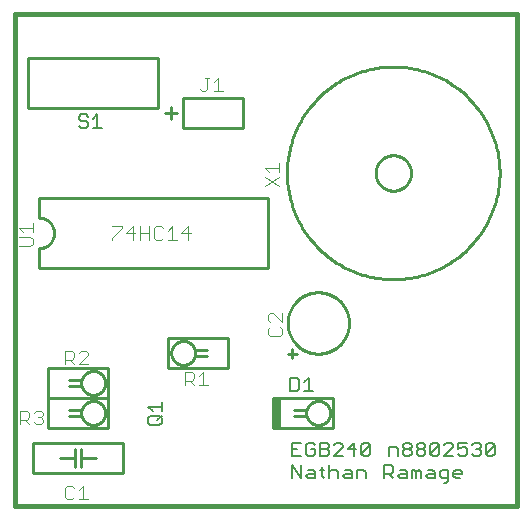
<source format=gto>
G75*
%MOIN*%
%OFA0B0*%
%FSLAX25Y25*%
%IPPOS*%
%LPD*%
%AMOC8*
5,1,8,0,0,1.08239X$1,22.5*
%
%ADD10C,0.00600*%
%ADD11C,0.01600*%
%ADD12C,0.01000*%
%ADD13C,0.00400*%
%ADD14C,0.00500*%
D10*
X0101300Y0018150D02*
X0101300Y0022554D01*
X0104236Y0018150D01*
X0104236Y0022554D01*
X0106638Y0021086D02*
X0108106Y0021086D01*
X0108840Y0020352D01*
X0108840Y0018150D01*
X0106638Y0018150D01*
X0105904Y0018884D01*
X0106638Y0019618D01*
X0108840Y0019618D01*
X0110508Y0021086D02*
X0111976Y0021086D01*
X0111242Y0021820D02*
X0111242Y0018884D01*
X0111976Y0018150D01*
X0113577Y0018150D02*
X0113577Y0022554D01*
X0114311Y0021086D02*
X0115779Y0021086D01*
X0116513Y0020352D01*
X0116513Y0018150D01*
X0118181Y0018884D02*
X0118915Y0019618D01*
X0121117Y0019618D01*
X0121117Y0020352D02*
X0121117Y0018150D01*
X0118915Y0018150D01*
X0118181Y0018884D01*
X0118915Y0021086D02*
X0120383Y0021086D01*
X0121117Y0020352D01*
X0122785Y0021086D02*
X0124987Y0021086D01*
X0125721Y0020352D01*
X0125721Y0018150D01*
X0122785Y0018150D02*
X0122785Y0021086D01*
X0121918Y0025650D02*
X0121918Y0030054D01*
X0119716Y0027852D01*
X0122652Y0027852D01*
X0124320Y0026384D02*
X0127255Y0029320D01*
X0127255Y0026384D01*
X0126521Y0025650D01*
X0125054Y0025650D01*
X0124320Y0026384D01*
X0124320Y0029320D01*
X0125054Y0030054D01*
X0126521Y0030054D01*
X0127255Y0029320D01*
X0133527Y0028586D02*
X0133527Y0025650D01*
X0133527Y0028586D02*
X0135729Y0028586D01*
X0136463Y0027852D01*
X0136463Y0025650D01*
X0138131Y0026384D02*
X0138131Y0027118D01*
X0138865Y0027852D01*
X0140333Y0027852D01*
X0141067Y0027118D01*
X0141067Y0026384D01*
X0140333Y0025650D01*
X0138865Y0025650D01*
X0138131Y0026384D01*
X0138865Y0027852D02*
X0138131Y0028586D01*
X0138131Y0029320D01*
X0138865Y0030054D01*
X0140333Y0030054D01*
X0141067Y0029320D01*
X0141067Y0028586D01*
X0140333Y0027852D01*
X0142735Y0027118D02*
X0143469Y0027852D01*
X0144937Y0027852D01*
X0145671Y0027118D01*
X0145671Y0026384D01*
X0144937Y0025650D01*
X0143469Y0025650D01*
X0142735Y0026384D01*
X0142735Y0027118D01*
X0143469Y0027852D02*
X0142735Y0028586D01*
X0142735Y0029320D01*
X0143469Y0030054D01*
X0144937Y0030054D01*
X0145671Y0029320D01*
X0145671Y0028586D01*
X0144937Y0027852D01*
X0147339Y0026384D02*
X0150275Y0029320D01*
X0150275Y0026384D01*
X0149541Y0025650D01*
X0148073Y0025650D01*
X0147339Y0026384D01*
X0147339Y0029320D01*
X0148073Y0030054D01*
X0149541Y0030054D01*
X0150275Y0029320D01*
X0151943Y0029320D02*
X0152677Y0030054D01*
X0154145Y0030054D01*
X0154879Y0029320D01*
X0154879Y0028586D01*
X0151943Y0025650D01*
X0154879Y0025650D01*
X0156547Y0026384D02*
X0157281Y0025650D01*
X0158749Y0025650D01*
X0159483Y0026384D01*
X0159483Y0027852D01*
X0158749Y0028586D01*
X0158015Y0028586D01*
X0156547Y0027852D01*
X0156547Y0030054D01*
X0159483Y0030054D01*
X0161151Y0029320D02*
X0161885Y0030054D01*
X0163353Y0030054D01*
X0164087Y0029320D01*
X0164087Y0028586D01*
X0163353Y0027852D01*
X0164087Y0027118D01*
X0164087Y0026384D01*
X0163353Y0025650D01*
X0161885Y0025650D01*
X0161151Y0026384D01*
X0162619Y0027852D02*
X0163353Y0027852D01*
X0165755Y0026384D02*
X0168691Y0029320D01*
X0168691Y0026384D01*
X0167957Y0025650D01*
X0166489Y0025650D01*
X0165755Y0026384D01*
X0165755Y0029320D01*
X0166489Y0030054D01*
X0167957Y0030054D01*
X0168691Y0029320D01*
X0157948Y0020352D02*
X0157948Y0019618D01*
X0155012Y0019618D01*
X0155012Y0018884D02*
X0155012Y0020352D01*
X0155746Y0021086D01*
X0157214Y0021086D01*
X0157948Y0020352D01*
X0157214Y0018150D02*
X0155746Y0018150D01*
X0155012Y0018884D01*
X0153344Y0018150D02*
X0151142Y0018150D01*
X0150409Y0018884D01*
X0150409Y0020352D01*
X0151142Y0021086D01*
X0153344Y0021086D01*
X0153344Y0017416D01*
X0152610Y0016682D01*
X0151876Y0016682D01*
X0148740Y0018150D02*
X0148740Y0020352D01*
X0148006Y0021086D01*
X0146539Y0021086D01*
X0146539Y0019618D02*
X0145805Y0018884D01*
X0146539Y0018150D01*
X0148740Y0018150D01*
X0148740Y0019618D02*
X0146539Y0019618D01*
X0144137Y0020352D02*
X0144137Y0018150D01*
X0142669Y0018150D02*
X0142669Y0020352D01*
X0143403Y0021086D01*
X0144137Y0020352D01*
X0142669Y0020352D02*
X0141935Y0021086D01*
X0141201Y0021086D01*
X0141201Y0018150D01*
X0139533Y0018150D02*
X0137331Y0018150D01*
X0136597Y0018884D01*
X0137331Y0019618D01*
X0139533Y0019618D01*
X0139533Y0020352D02*
X0138799Y0021086D01*
X0137331Y0021086D01*
X0139533Y0020352D02*
X0139533Y0018150D01*
X0134929Y0018150D02*
X0133461Y0019618D01*
X0134195Y0019618D02*
X0131993Y0019618D01*
X0131993Y0018150D02*
X0131993Y0022554D01*
X0134195Y0022554D01*
X0134929Y0021820D01*
X0134929Y0020352D01*
X0134195Y0019618D01*
X0118048Y0025650D02*
X0115112Y0025650D01*
X0118048Y0028586D01*
X0118048Y0029320D01*
X0117314Y0030054D01*
X0115846Y0030054D01*
X0115112Y0029320D01*
X0113444Y0029320D02*
X0113444Y0028586D01*
X0112710Y0027852D01*
X0110508Y0027852D01*
X0108840Y0027852D02*
X0108840Y0026384D01*
X0108106Y0025650D01*
X0106638Y0025650D01*
X0105904Y0026384D01*
X0105904Y0029320D01*
X0106638Y0030054D01*
X0108106Y0030054D01*
X0108840Y0029320D01*
X0108840Y0027852D02*
X0107372Y0027852D01*
X0104236Y0025650D02*
X0101300Y0025650D01*
X0101300Y0030054D01*
X0104236Y0030054D01*
X0102768Y0027852D02*
X0101300Y0027852D01*
X0110508Y0025650D02*
X0112710Y0025650D01*
X0113444Y0026384D01*
X0113444Y0027118D01*
X0112710Y0027852D01*
X0113444Y0029320D02*
X0112710Y0030054D01*
X0110508Y0030054D01*
X0110508Y0025650D01*
X0114311Y0021086D02*
X0113577Y0020352D01*
D11*
X0176276Y0008874D02*
X0008874Y0008874D01*
X0008874Y0172850D01*
X0176276Y0172850D01*
X0176276Y0008874D01*
D12*
X0114937Y0034937D02*
X0114937Y0044937D01*
X0096937Y0044937D01*
X0096937Y0034937D01*
X0095937Y0034937D01*
X0095937Y0044937D01*
X0094937Y0044937D01*
X0094937Y0034937D01*
X0095937Y0034937D01*
X0096937Y0034937D02*
X0114937Y0034937D01*
X0105937Y0039937D02*
X0105939Y0040063D01*
X0105945Y0040189D01*
X0105955Y0040315D01*
X0105969Y0040441D01*
X0105987Y0040566D01*
X0106009Y0040690D01*
X0106034Y0040814D01*
X0106064Y0040937D01*
X0106097Y0041058D01*
X0106135Y0041179D01*
X0106176Y0041298D01*
X0106221Y0041417D01*
X0106269Y0041533D01*
X0106321Y0041648D01*
X0106377Y0041761D01*
X0106437Y0041873D01*
X0106500Y0041982D01*
X0106566Y0042090D01*
X0106635Y0042195D01*
X0106708Y0042298D01*
X0106785Y0042399D01*
X0106864Y0042497D01*
X0106946Y0042593D01*
X0107032Y0042686D01*
X0107120Y0042777D01*
X0107211Y0042864D01*
X0107305Y0042949D01*
X0107401Y0043030D01*
X0107500Y0043109D01*
X0107601Y0043184D01*
X0107705Y0043256D01*
X0107811Y0043325D01*
X0107919Y0043391D01*
X0108029Y0043453D01*
X0108141Y0043511D01*
X0108254Y0043566D01*
X0108370Y0043617D01*
X0108487Y0043665D01*
X0108605Y0043709D01*
X0108725Y0043749D01*
X0108846Y0043785D01*
X0108968Y0043818D01*
X0109091Y0043847D01*
X0109215Y0043871D01*
X0109339Y0043892D01*
X0109464Y0043909D01*
X0109590Y0043922D01*
X0109716Y0043931D01*
X0109842Y0043936D01*
X0109969Y0043937D01*
X0110095Y0043934D01*
X0110221Y0043927D01*
X0110347Y0043916D01*
X0110472Y0043901D01*
X0110597Y0043882D01*
X0110721Y0043859D01*
X0110845Y0043833D01*
X0110967Y0043802D01*
X0111089Y0043768D01*
X0111209Y0043729D01*
X0111328Y0043687D01*
X0111446Y0043642D01*
X0111562Y0043592D01*
X0111677Y0043539D01*
X0111789Y0043482D01*
X0111900Y0043422D01*
X0112009Y0043358D01*
X0112116Y0043291D01*
X0112221Y0043221D01*
X0112324Y0043147D01*
X0112424Y0043070D01*
X0112522Y0042990D01*
X0112617Y0042907D01*
X0112709Y0042821D01*
X0112799Y0042732D01*
X0112886Y0042640D01*
X0112969Y0042546D01*
X0113050Y0042449D01*
X0113128Y0042349D01*
X0113203Y0042247D01*
X0113274Y0042143D01*
X0113342Y0042036D01*
X0113406Y0041928D01*
X0113467Y0041817D01*
X0113525Y0041705D01*
X0113579Y0041591D01*
X0113629Y0041475D01*
X0113676Y0041358D01*
X0113719Y0041239D01*
X0113758Y0041119D01*
X0113794Y0040998D01*
X0113825Y0040875D01*
X0113853Y0040752D01*
X0113877Y0040628D01*
X0113897Y0040503D01*
X0113913Y0040378D01*
X0113925Y0040252D01*
X0113933Y0040126D01*
X0113937Y0040000D01*
X0113937Y0039874D01*
X0113933Y0039748D01*
X0113925Y0039622D01*
X0113913Y0039496D01*
X0113897Y0039371D01*
X0113877Y0039246D01*
X0113853Y0039122D01*
X0113825Y0038999D01*
X0113794Y0038876D01*
X0113758Y0038755D01*
X0113719Y0038635D01*
X0113676Y0038516D01*
X0113629Y0038399D01*
X0113579Y0038283D01*
X0113525Y0038169D01*
X0113467Y0038057D01*
X0113406Y0037946D01*
X0113342Y0037838D01*
X0113274Y0037731D01*
X0113203Y0037627D01*
X0113128Y0037525D01*
X0113050Y0037425D01*
X0112969Y0037328D01*
X0112886Y0037234D01*
X0112799Y0037142D01*
X0112709Y0037053D01*
X0112617Y0036967D01*
X0112522Y0036884D01*
X0112424Y0036804D01*
X0112324Y0036727D01*
X0112221Y0036653D01*
X0112116Y0036583D01*
X0112009Y0036516D01*
X0111900Y0036452D01*
X0111789Y0036392D01*
X0111677Y0036335D01*
X0111562Y0036282D01*
X0111446Y0036232D01*
X0111328Y0036187D01*
X0111209Y0036145D01*
X0111089Y0036106D01*
X0110967Y0036072D01*
X0110845Y0036041D01*
X0110721Y0036015D01*
X0110597Y0035992D01*
X0110472Y0035973D01*
X0110347Y0035958D01*
X0110221Y0035947D01*
X0110095Y0035940D01*
X0109969Y0035937D01*
X0109842Y0035938D01*
X0109716Y0035943D01*
X0109590Y0035952D01*
X0109464Y0035965D01*
X0109339Y0035982D01*
X0109215Y0036003D01*
X0109091Y0036027D01*
X0108968Y0036056D01*
X0108846Y0036089D01*
X0108725Y0036125D01*
X0108605Y0036165D01*
X0108487Y0036209D01*
X0108370Y0036257D01*
X0108254Y0036308D01*
X0108141Y0036363D01*
X0108029Y0036421D01*
X0107919Y0036483D01*
X0107811Y0036549D01*
X0107705Y0036618D01*
X0107601Y0036690D01*
X0107500Y0036765D01*
X0107401Y0036844D01*
X0107305Y0036925D01*
X0107211Y0037010D01*
X0107120Y0037097D01*
X0107032Y0037188D01*
X0106946Y0037281D01*
X0106864Y0037377D01*
X0106785Y0037475D01*
X0106708Y0037576D01*
X0106635Y0037679D01*
X0106566Y0037784D01*
X0106500Y0037892D01*
X0106437Y0038001D01*
X0106377Y0038113D01*
X0106321Y0038226D01*
X0106269Y0038341D01*
X0106221Y0038457D01*
X0106176Y0038576D01*
X0106135Y0038695D01*
X0106097Y0038816D01*
X0106064Y0038937D01*
X0106034Y0039060D01*
X0106009Y0039184D01*
X0105987Y0039308D01*
X0105969Y0039433D01*
X0105955Y0039559D01*
X0105945Y0039685D01*
X0105939Y0039811D01*
X0105937Y0039937D01*
X0105937Y0038937D02*
X0101937Y0038937D01*
X0101937Y0040937D02*
X0105937Y0040937D01*
X0096937Y0044937D02*
X0095937Y0044937D01*
X0101276Y0058126D02*
X0101276Y0061276D01*
X0102850Y0059701D02*
X0099701Y0059701D01*
X0099701Y0069937D02*
X0099704Y0070188D01*
X0099713Y0070439D01*
X0099729Y0070690D01*
X0099750Y0070940D01*
X0099778Y0071190D01*
X0099812Y0071439D01*
X0099852Y0071687D01*
X0099898Y0071934D01*
X0099950Y0072180D01*
X0100008Y0072424D01*
X0100072Y0072667D01*
X0100142Y0072908D01*
X0100218Y0073148D01*
X0100299Y0073385D01*
X0100387Y0073621D01*
X0100480Y0073854D01*
X0100579Y0074085D01*
X0100684Y0074313D01*
X0100794Y0074539D01*
X0100910Y0074762D01*
X0101031Y0074982D01*
X0101157Y0075199D01*
X0101289Y0075413D01*
X0101426Y0075624D01*
X0101568Y0075831D01*
X0101715Y0076035D01*
X0101867Y0076235D01*
X0102024Y0076431D01*
X0102186Y0076623D01*
X0102353Y0076811D01*
X0102524Y0076995D01*
X0102699Y0077175D01*
X0102879Y0077350D01*
X0103063Y0077521D01*
X0103251Y0077688D01*
X0103443Y0077850D01*
X0103639Y0078007D01*
X0103839Y0078159D01*
X0104043Y0078306D01*
X0104250Y0078448D01*
X0104461Y0078585D01*
X0104675Y0078717D01*
X0104892Y0078843D01*
X0105112Y0078964D01*
X0105335Y0079080D01*
X0105561Y0079190D01*
X0105789Y0079295D01*
X0106020Y0079394D01*
X0106253Y0079487D01*
X0106489Y0079575D01*
X0106726Y0079656D01*
X0106966Y0079732D01*
X0107207Y0079802D01*
X0107450Y0079866D01*
X0107694Y0079924D01*
X0107940Y0079976D01*
X0108187Y0080022D01*
X0108435Y0080062D01*
X0108684Y0080096D01*
X0108934Y0080124D01*
X0109184Y0080145D01*
X0109435Y0080161D01*
X0109686Y0080170D01*
X0109937Y0080173D01*
X0110188Y0080170D01*
X0110439Y0080161D01*
X0110690Y0080145D01*
X0110940Y0080124D01*
X0111190Y0080096D01*
X0111439Y0080062D01*
X0111687Y0080022D01*
X0111934Y0079976D01*
X0112180Y0079924D01*
X0112424Y0079866D01*
X0112667Y0079802D01*
X0112908Y0079732D01*
X0113148Y0079656D01*
X0113385Y0079575D01*
X0113621Y0079487D01*
X0113854Y0079394D01*
X0114085Y0079295D01*
X0114313Y0079190D01*
X0114539Y0079080D01*
X0114762Y0078964D01*
X0114982Y0078843D01*
X0115199Y0078717D01*
X0115413Y0078585D01*
X0115624Y0078448D01*
X0115831Y0078306D01*
X0116035Y0078159D01*
X0116235Y0078007D01*
X0116431Y0077850D01*
X0116623Y0077688D01*
X0116811Y0077521D01*
X0116995Y0077350D01*
X0117175Y0077175D01*
X0117350Y0076995D01*
X0117521Y0076811D01*
X0117688Y0076623D01*
X0117850Y0076431D01*
X0118007Y0076235D01*
X0118159Y0076035D01*
X0118306Y0075831D01*
X0118448Y0075624D01*
X0118585Y0075413D01*
X0118717Y0075199D01*
X0118843Y0074982D01*
X0118964Y0074762D01*
X0119080Y0074539D01*
X0119190Y0074313D01*
X0119295Y0074085D01*
X0119394Y0073854D01*
X0119487Y0073621D01*
X0119575Y0073385D01*
X0119656Y0073148D01*
X0119732Y0072908D01*
X0119802Y0072667D01*
X0119866Y0072424D01*
X0119924Y0072180D01*
X0119976Y0071934D01*
X0120022Y0071687D01*
X0120062Y0071439D01*
X0120096Y0071190D01*
X0120124Y0070940D01*
X0120145Y0070690D01*
X0120161Y0070439D01*
X0120170Y0070188D01*
X0120173Y0069937D01*
X0120170Y0069686D01*
X0120161Y0069435D01*
X0120145Y0069184D01*
X0120124Y0068934D01*
X0120096Y0068684D01*
X0120062Y0068435D01*
X0120022Y0068187D01*
X0119976Y0067940D01*
X0119924Y0067694D01*
X0119866Y0067450D01*
X0119802Y0067207D01*
X0119732Y0066966D01*
X0119656Y0066726D01*
X0119575Y0066489D01*
X0119487Y0066253D01*
X0119394Y0066020D01*
X0119295Y0065789D01*
X0119190Y0065561D01*
X0119080Y0065335D01*
X0118964Y0065112D01*
X0118843Y0064892D01*
X0118717Y0064675D01*
X0118585Y0064461D01*
X0118448Y0064250D01*
X0118306Y0064043D01*
X0118159Y0063839D01*
X0118007Y0063639D01*
X0117850Y0063443D01*
X0117688Y0063251D01*
X0117521Y0063063D01*
X0117350Y0062879D01*
X0117175Y0062699D01*
X0116995Y0062524D01*
X0116811Y0062353D01*
X0116623Y0062186D01*
X0116431Y0062024D01*
X0116235Y0061867D01*
X0116035Y0061715D01*
X0115831Y0061568D01*
X0115624Y0061426D01*
X0115413Y0061289D01*
X0115199Y0061157D01*
X0114982Y0061031D01*
X0114762Y0060910D01*
X0114539Y0060794D01*
X0114313Y0060684D01*
X0114085Y0060579D01*
X0113854Y0060480D01*
X0113621Y0060387D01*
X0113385Y0060299D01*
X0113148Y0060218D01*
X0112908Y0060142D01*
X0112667Y0060072D01*
X0112424Y0060008D01*
X0112180Y0059950D01*
X0111934Y0059898D01*
X0111687Y0059852D01*
X0111439Y0059812D01*
X0111190Y0059778D01*
X0110940Y0059750D01*
X0110690Y0059729D01*
X0110439Y0059713D01*
X0110188Y0059704D01*
X0109937Y0059701D01*
X0109686Y0059704D01*
X0109435Y0059713D01*
X0109184Y0059729D01*
X0108934Y0059750D01*
X0108684Y0059778D01*
X0108435Y0059812D01*
X0108187Y0059852D01*
X0107940Y0059898D01*
X0107694Y0059950D01*
X0107450Y0060008D01*
X0107207Y0060072D01*
X0106966Y0060142D01*
X0106726Y0060218D01*
X0106489Y0060299D01*
X0106253Y0060387D01*
X0106020Y0060480D01*
X0105789Y0060579D01*
X0105561Y0060684D01*
X0105335Y0060794D01*
X0105112Y0060910D01*
X0104892Y0061031D01*
X0104675Y0061157D01*
X0104461Y0061289D01*
X0104250Y0061426D01*
X0104043Y0061568D01*
X0103839Y0061715D01*
X0103639Y0061867D01*
X0103443Y0062024D01*
X0103251Y0062186D01*
X0103063Y0062353D01*
X0102879Y0062524D01*
X0102699Y0062699D01*
X0102524Y0062879D01*
X0102353Y0063063D01*
X0102186Y0063251D01*
X0102024Y0063443D01*
X0101867Y0063639D01*
X0101715Y0063839D01*
X0101568Y0064043D01*
X0101426Y0064250D01*
X0101289Y0064461D01*
X0101157Y0064675D01*
X0101031Y0064892D01*
X0100910Y0065112D01*
X0100794Y0065335D01*
X0100684Y0065561D01*
X0100579Y0065789D01*
X0100480Y0066020D01*
X0100387Y0066253D01*
X0100299Y0066489D01*
X0100218Y0066726D01*
X0100142Y0066966D01*
X0100072Y0067207D01*
X0100008Y0067450D01*
X0099950Y0067694D01*
X0099898Y0067940D01*
X0099852Y0068187D01*
X0099812Y0068435D01*
X0099778Y0068684D01*
X0099750Y0068934D01*
X0099729Y0069184D01*
X0099713Y0069435D01*
X0099704Y0069686D01*
X0099701Y0069937D01*
X0093126Y0088126D02*
X0093126Y0111748D01*
X0016748Y0111748D01*
X0016748Y0105055D01*
X0016890Y0105053D01*
X0017032Y0105047D01*
X0017174Y0105037D01*
X0017316Y0105023D01*
X0017457Y0105006D01*
X0017598Y0104984D01*
X0017738Y0104958D01*
X0017877Y0104929D01*
X0018015Y0104896D01*
X0018153Y0104858D01*
X0018289Y0104818D01*
X0018424Y0104773D01*
X0018558Y0104724D01*
X0018690Y0104672D01*
X0018821Y0104616D01*
X0018950Y0104557D01*
X0019078Y0104494D01*
X0019204Y0104427D01*
X0019328Y0104357D01*
X0019449Y0104284D01*
X0019569Y0104207D01*
X0019687Y0104127D01*
X0019802Y0104044D01*
X0019915Y0103957D01*
X0020026Y0103868D01*
X0020134Y0103775D01*
X0020239Y0103680D01*
X0020342Y0103581D01*
X0020442Y0103480D01*
X0020539Y0103376D01*
X0020633Y0103269D01*
X0020724Y0103160D01*
X0020812Y0103048D01*
X0020897Y0102934D01*
X0020979Y0102817D01*
X0021057Y0102699D01*
X0021132Y0102578D01*
X0021204Y0102455D01*
X0021272Y0102330D01*
X0021337Y0102203D01*
X0021398Y0102075D01*
X0021456Y0101945D01*
X0021510Y0101813D01*
X0021560Y0101680D01*
X0021607Y0101546D01*
X0021649Y0101410D01*
X0021689Y0101273D01*
X0021724Y0101135D01*
X0021755Y0100996D01*
X0021783Y0100857D01*
X0021806Y0100717D01*
X0021826Y0100576D01*
X0021842Y0100434D01*
X0021854Y0100292D01*
X0021862Y0100150D01*
X0021866Y0100008D01*
X0021866Y0099866D01*
X0021862Y0099724D01*
X0021854Y0099582D01*
X0021842Y0099440D01*
X0021826Y0099298D01*
X0021806Y0099157D01*
X0021783Y0099017D01*
X0021755Y0098878D01*
X0021724Y0098739D01*
X0021689Y0098601D01*
X0021649Y0098464D01*
X0021607Y0098328D01*
X0021560Y0098194D01*
X0021510Y0098061D01*
X0021456Y0097929D01*
X0021398Y0097799D01*
X0021337Y0097671D01*
X0021272Y0097544D01*
X0021204Y0097419D01*
X0021132Y0097296D01*
X0021057Y0097175D01*
X0020979Y0097057D01*
X0020897Y0096940D01*
X0020812Y0096826D01*
X0020724Y0096714D01*
X0020633Y0096605D01*
X0020539Y0096498D01*
X0020442Y0096394D01*
X0020342Y0096293D01*
X0020239Y0096194D01*
X0020134Y0096099D01*
X0020026Y0096006D01*
X0019915Y0095917D01*
X0019802Y0095830D01*
X0019687Y0095747D01*
X0019569Y0095667D01*
X0019449Y0095590D01*
X0019328Y0095517D01*
X0019204Y0095447D01*
X0019078Y0095380D01*
X0018950Y0095317D01*
X0018821Y0095258D01*
X0018690Y0095202D01*
X0018558Y0095150D01*
X0018424Y0095101D01*
X0018289Y0095056D01*
X0018153Y0095016D01*
X0018015Y0094978D01*
X0017877Y0094945D01*
X0017738Y0094916D01*
X0017598Y0094890D01*
X0017457Y0094868D01*
X0017316Y0094851D01*
X0017174Y0094837D01*
X0017032Y0094827D01*
X0016890Y0094821D01*
X0016748Y0094819D01*
X0016748Y0088126D01*
X0093126Y0088126D01*
X0079937Y0064937D02*
X0079937Y0054937D01*
X0059937Y0054937D01*
X0059937Y0064937D01*
X0079937Y0064937D01*
X0072937Y0060937D02*
X0068937Y0060937D01*
X0068937Y0058937D02*
X0072937Y0058937D01*
X0060937Y0059937D02*
X0060939Y0060063D01*
X0060945Y0060189D01*
X0060955Y0060315D01*
X0060969Y0060441D01*
X0060987Y0060566D01*
X0061009Y0060690D01*
X0061034Y0060814D01*
X0061064Y0060937D01*
X0061097Y0061058D01*
X0061135Y0061179D01*
X0061176Y0061298D01*
X0061221Y0061417D01*
X0061269Y0061533D01*
X0061321Y0061648D01*
X0061377Y0061761D01*
X0061437Y0061873D01*
X0061500Y0061982D01*
X0061566Y0062090D01*
X0061635Y0062195D01*
X0061708Y0062298D01*
X0061785Y0062399D01*
X0061864Y0062497D01*
X0061946Y0062593D01*
X0062032Y0062686D01*
X0062120Y0062777D01*
X0062211Y0062864D01*
X0062305Y0062949D01*
X0062401Y0063030D01*
X0062500Y0063109D01*
X0062601Y0063184D01*
X0062705Y0063256D01*
X0062811Y0063325D01*
X0062919Y0063391D01*
X0063029Y0063453D01*
X0063141Y0063511D01*
X0063254Y0063566D01*
X0063370Y0063617D01*
X0063487Y0063665D01*
X0063605Y0063709D01*
X0063725Y0063749D01*
X0063846Y0063785D01*
X0063968Y0063818D01*
X0064091Y0063847D01*
X0064215Y0063871D01*
X0064339Y0063892D01*
X0064464Y0063909D01*
X0064590Y0063922D01*
X0064716Y0063931D01*
X0064842Y0063936D01*
X0064969Y0063937D01*
X0065095Y0063934D01*
X0065221Y0063927D01*
X0065347Y0063916D01*
X0065472Y0063901D01*
X0065597Y0063882D01*
X0065721Y0063859D01*
X0065845Y0063833D01*
X0065967Y0063802D01*
X0066089Y0063768D01*
X0066209Y0063729D01*
X0066328Y0063687D01*
X0066446Y0063642D01*
X0066562Y0063592D01*
X0066677Y0063539D01*
X0066789Y0063482D01*
X0066900Y0063422D01*
X0067009Y0063358D01*
X0067116Y0063291D01*
X0067221Y0063221D01*
X0067324Y0063147D01*
X0067424Y0063070D01*
X0067522Y0062990D01*
X0067617Y0062907D01*
X0067709Y0062821D01*
X0067799Y0062732D01*
X0067886Y0062640D01*
X0067969Y0062546D01*
X0068050Y0062449D01*
X0068128Y0062349D01*
X0068203Y0062247D01*
X0068274Y0062143D01*
X0068342Y0062036D01*
X0068406Y0061928D01*
X0068467Y0061817D01*
X0068525Y0061705D01*
X0068579Y0061591D01*
X0068629Y0061475D01*
X0068676Y0061358D01*
X0068719Y0061239D01*
X0068758Y0061119D01*
X0068794Y0060998D01*
X0068825Y0060875D01*
X0068853Y0060752D01*
X0068877Y0060628D01*
X0068897Y0060503D01*
X0068913Y0060378D01*
X0068925Y0060252D01*
X0068933Y0060126D01*
X0068937Y0060000D01*
X0068937Y0059874D01*
X0068933Y0059748D01*
X0068925Y0059622D01*
X0068913Y0059496D01*
X0068897Y0059371D01*
X0068877Y0059246D01*
X0068853Y0059122D01*
X0068825Y0058999D01*
X0068794Y0058876D01*
X0068758Y0058755D01*
X0068719Y0058635D01*
X0068676Y0058516D01*
X0068629Y0058399D01*
X0068579Y0058283D01*
X0068525Y0058169D01*
X0068467Y0058057D01*
X0068406Y0057946D01*
X0068342Y0057838D01*
X0068274Y0057731D01*
X0068203Y0057627D01*
X0068128Y0057525D01*
X0068050Y0057425D01*
X0067969Y0057328D01*
X0067886Y0057234D01*
X0067799Y0057142D01*
X0067709Y0057053D01*
X0067617Y0056967D01*
X0067522Y0056884D01*
X0067424Y0056804D01*
X0067324Y0056727D01*
X0067221Y0056653D01*
X0067116Y0056583D01*
X0067009Y0056516D01*
X0066900Y0056452D01*
X0066789Y0056392D01*
X0066677Y0056335D01*
X0066562Y0056282D01*
X0066446Y0056232D01*
X0066328Y0056187D01*
X0066209Y0056145D01*
X0066089Y0056106D01*
X0065967Y0056072D01*
X0065845Y0056041D01*
X0065721Y0056015D01*
X0065597Y0055992D01*
X0065472Y0055973D01*
X0065347Y0055958D01*
X0065221Y0055947D01*
X0065095Y0055940D01*
X0064969Y0055937D01*
X0064842Y0055938D01*
X0064716Y0055943D01*
X0064590Y0055952D01*
X0064464Y0055965D01*
X0064339Y0055982D01*
X0064215Y0056003D01*
X0064091Y0056027D01*
X0063968Y0056056D01*
X0063846Y0056089D01*
X0063725Y0056125D01*
X0063605Y0056165D01*
X0063487Y0056209D01*
X0063370Y0056257D01*
X0063254Y0056308D01*
X0063141Y0056363D01*
X0063029Y0056421D01*
X0062919Y0056483D01*
X0062811Y0056549D01*
X0062705Y0056618D01*
X0062601Y0056690D01*
X0062500Y0056765D01*
X0062401Y0056844D01*
X0062305Y0056925D01*
X0062211Y0057010D01*
X0062120Y0057097D01*
X0062032Y0057188D01*
X0061946Y0057281D01*
X0061864Y0057377D01*
X0061785Y0057475D01*
X0061708Y0057576D01*
X0061635Y0057679D01*
X0061566Y0057784D01*
X0061500Y0057892D01*
X0061437Y0058001D01*
X0061377Y0058113D01*
X0061321Y0058226D01*
X0061269Y0058341D01*
X0061221Y0058457D01*
X0061176Y0058576D01*
X0061135Y0058695D01*
X0061097Y0058816D01*
X0061064Y0058937D01*
X0061034Y0059060D01*
X0061009Y0059184D01*
X0060987Y0059308D01*
X0060969Y0059433D01*
X0060955Y0059559D01*
X0060945Y0059685D01*
X0060939Y0059811D01*
X0060937Y0059937D01*
X0039937Y0054937D02*
X0039937Y0044937D01*
X0039937Y0034937D01*
X0019937Y0034937D01*
X0019937Y0044937D01*
X0039937Y0044937D01*
X0019937Y0044937D01*
X0019937Y0054937D01*
X0039937Y0054937D01*
X0030937Y0049937D02*
X0030939Y0050063D01*
X0030945Y0050189D01*
X0030955Y0050315D01*
X0030969Y0050441D01*
X0030987Y0050566D01*
X0031009Y0050690D01*
X0031034Y0050814D01*
X0031064Y0050937D01*
X0031097Y0051058D01*
X0031135Y0051179D01*
X0031176Y0051298D01*
X0031221Y0051417D01*
X0031269Y0051533D01*
X0031321Y0051648D01*
X0031377Y0051761D01*
X0031437Y0051873D01*
X0031500Y0051982D01*
X0031566Y0052090D01*
X0031635Y0052195D01*
X0031708Y0052298D01*
X0031785Y0052399D01*
X0031864Y0052497D01*
X0031946Y0052593D01*
X0032032Y0052686D01*
X0032120Y0052777D01*
X0032211Y0052864D01*
X0032305Y0052949D01*
X0032401Y0053030D01*
X0032500Y0053109D01*
X0032601Y0053184D01*
X0032705Y0053256D01*
X0032811Y0053325D01*
X0032919Y0053391D01*
X0033029Y0053453D01*
X0033141Y0053511D01*
X0033254Y0053566D01*
X0033370Y0053617D01*
X0033487Y0053665D01*
X0033605Y0053709D01*
X0033725Y0053749D01*
X0033846Y0053785D01*
X0033968Y0053818D01*
X0034091Y0053847D01*
X0034215Y0053871D01*
X0034339Y0053892D01*
X0034464Y0053909D01*
X0034590Y0053922D01*
X0034716Y0053931D01*
X0034842Y0053936D01*
X0034969Y0053937D01*
X0035095Y0053934D01*
X0035221Y0053927D01*
X0035347Y0053916D01*
X0035472Y0053901D01*
X0035597Y0053882D01*
X0035721Y0053859D01*
X0035845Y0053833D01*
X0035967Y0053802D01*
X0036089Y0053768D01*
X0036209Y0053729D01*
X0036328Y0053687D01*
X0036446Y0053642D01*
X0036562Y0053592D01*
X0036677Y0053539D01*
X0036789Y0053482D01*
X0036900Y0053422D01*
X0037009Y0053358D01*
X0037116Y0053291D01*
X0037221Y0053221D01*
X0037324Y0053147D01*
X0037424Y0053070D01*
X0037522Y0052990D01*
X0037617Y0052907D01*
X0037709Y0052821D01*
X0037799Y0052732D01*
X0037886Y0052640D01*
X0037969Y0052546D01*
X0038050Y0052449D01*
X0038128Y0052349D01*
X0038203Y0052247D01*
X0038274Y0052143D01*
X0038342Y0052036D01*
X0038406Y0051928D01*
X0038467Y0051817D01*
X0038525Y0051705D01*
X0038579Y0051591D01*
X0038629Y0051475D01*
X0038676Y0051358D01*
X0038719Y0051239D01*
X0038758Y0051119D01*
X0038794Y0050998D01*
X0038825Y0050875D01*
X0038853Y0050752D01*
X0038877Y0050628D01*
X0038897Y0050503D01*
X0038913Y0050378D01*
X0038925Y0050252D01*
X0038933Y0050126D01*
X0038937Y0050000D01*
X0038937Y0049874D01*
X0038933Y0049748D01*
X0038925Y0049622D01*
X0038913Y0049496D01*
X0038897Y0049371D01*
X0038877Y0049246D01*
X0038853Y0049122D01*
X0038825Y0048999D01*
X0038794Y0048876D01*
X0038758Y0048755D01*
X0038719Y0048635D01*
X0038676Y0048516D01*
X0038629Y0048399D01*
X0038579Y0048283D01*
X0038525Y0048169D01*
X0038467Y0048057D01*
X0038406Y0047946D01*
X0038342Y0047838D01*
X0038274Y0047731D01*
X0038203Y0047627D01*
X0038128Y0047525D01*
X0038050Y0047425D01*
X0037969Y0047328D01*
X0037886Y0047234D01*
X0037799Y0047142D01*
X0037709Y0047053D01*
X0037617Y0046967D01*
X0037522Y0046884D01*
X0037424Y0046804D01*
X0037324Y0046727D01*
X0037221Y0046653D01*
X0037116Y0046583D01*
X0037009Y0046516D01*
X0036900Y0046452D01*
X0036789Y0046392D01*
X0036677Y0046335D01*
X0036562Y0046282D01*
X0036446Y0046232D01*
X0036328Y0046187D01*
X0036209Y0046145D01*
X0036089Y0046106D01*
X0035967Y0046072D01*
X0035845Y0046041D01*
X0035721Y0046015D01*
X0035597Y0045992D01*
X0035472Y0045973D01*
X0035347Y0045958D01*
X0035221Y0045947D01*
X0035095Y0045940D01*
X0034969Y0045937D01*
X0034842Y0045938D01*
X0034716Y0045943D01*
X0034590Y0045952D01*
X0034464Y0045965D01*
X0034339Y0045982D01*
X0034215Y0046003D01*
X0034091Y0046027D01*
X0033968Y0046056D01*
X0033846Y0046089D01*
X0033725Y0046125D01*
X0033605Y0046165D01*
X0033487Y0046209D01*
X0033370Y0046257D01*
X0033254Y0046308D01*
X0033141Y0046363D01*
X0033029Y0046421D01*
X0032919Y0046483D01*
X0032811Y0046549D01*
X0032705Y0046618D01*
X0032601Y0046690D01*
X0032500Y0046765D01*
X0032401Y0046844D01*
X0032305Y0046925D01*
X0032211Y0047010D01*
X0032120Y0047097D01*
X0032032Y0047188D01*
X0031946Y0047281D01*
X0031864Y0047377D01*
X0031785Y0047475D01*
X0031708Y0047576D01*
X0031635Y0047679D01*
X0031566Y0047784D01*
X0031500Y0047892D01*
X0031437Y0048001D01*
X0031377Y0048113D01*
X0031321Y0048226D01*
X0031269Y0048341D01*
X0031221Y0048457D01*
X0031176Y0048576D01*
X0031135Y0048695D01*
X0031097Y0048816D01*
X0031064Y0048937D01*
X0031034Y0049060D01*
X0031009Y0049184D01*
X0030987Y0049308D01*
X0030969Y0049433D01*
X0030955Y0049559D01*
X0030945Y0049685D01*
X0030939Y0049811D01*
X0030937Y0049937D01*
X0030937Y0048937D02*
X0026937Y0048937D01*
X0026937Y0050937D02*
X0030937Y0050937D01*
X0030937Y0040937D02*
X0026937Y0040937D01*
X0026937Y0038937D02*
X0030937Y0038937D01*
X0030937Y0039937D02*
X0030939Y0040063D01*
X0030945Y0040189D01*
X0030955Y0040315D01*
X0030969Y0040441D01*
X0030987Y0040566D01*
X0031009Y0040690D01*
X0031034Y0040814D01*
X0031064Y0040937D01*
X0031097Y0041058D01*
X0031135Y0041179D01*
X0031176Y0041298D01*
X0031221Y0041417D01*
X0031269Y0041533D01*
X0031321Y0041648D01*
X0031377Y0041761D01*
X0031437Y0041873D01*
X0031500Y0041982D01*
X0031566Y0042090D01*
X0031635Y0042195D01*
X0031708Y0042298D01*
X0031785Y0042399D01*
X0031864Y0042497D01*
X0031946Y0042593D01*
X0032032Y0042686D01*
X0032120Y0042777D01*
X0032211Y0042864D01*
X0032305Y0042949D01*
X0032401Y0043030D01*
X0032500Y0043109D01*
X0032601Y0043184D01*
X0032705Y0043256D01*
X0032811Y0043325D01*
X0032919Y0043391D01*
X0033029Y0043453D01*
X0033141Y0043511D01*
X0033254Y0043566D01*
X0033370Y0043617D01*
X0033487Y0043665D01*
X0033605Y0043709D01*
X0033725Y0043749D01*
X0033846Y0043785D01*
X0033968Y0043818D01*
X0034091Y0043847D01*
X0034215Y0043871D01*
X0034339Y0043892D01*
X0034464Y0043909D01*
X0034590Y0043922D01*
X0034716Y0043931D01*
X0034842Y0043936D01*
X0034969Y0043937D01*
X0035095Y0043934D01*
X0035221Y0043927D01*
X0035347Y0043916D01*
X0035472Y0043901D01*
X0035597Y0043882D01*
X0035721Y0043859D01*
X0035845Y0043833D01*
X0035967Y0043802D01*
X0036089Y0043768D01*
X0036209Y0043729D01*
X0036328Y0043687D01*
X0036446Y0043642D01*
X0036562Y0043592D01*
X0036677Y0043539D01*
X0036789Y0043482D01*
X0036900Y0043422D01*
X0037009Y0043358D01*
X0037116Y0043291D01*
X0037221Y0043221D01*
X0037324Y0043147D01*
X0037424Y0043070D01*
X0037522Y0042990D01*
X0037617Y0042907D01*
X0037709Y0042821D01*
X0037799Y0042732D01*
X0037886Y0042640D01*
X0037969Y0042546D01*
X0038050Y0042449D01*
X0038128Y0042349D01*
X0038203Y0042247D01*
X0038274Y0042143D01*
X0038342Y0042036D01*
X0038406Y0041928D01*
X0038467Y0041817D01*
X0038525Y0041705D01*
X0038579Y0041591D01*
X0038629Y0041475D01*
X0038676Y0041358D01*
X0038719Y0041239D01*
X0038758Y0041119D01*
X0038794Y0040998D01*
X0038825Y0040875D01*
X0038853Y0040752D01*
X0038877Y0040628D01*
X0038897Y0040503D01*
X0038913Y0040378D01*
X0038925Y0040252D01*
X0038933Y0040126D01*
X0038937Y0040000D01*
X0038937Y0039874D01*
X0038933Y0039748D01*
X0038925Y0039622D01*
X0038913Y0039496D01*
X0038897Y0039371D01*
X0038877Y0039246D01*
X0038853Y0039122D01*
X0038825Y0038999D01*
X0038794Y0038876D01*
X0038758Y0038755D01*
X0038719Y0038635D01*
X0038676Y0038516D01*
X0038629Y0038399D01*
X0038579Y0038283D01*
X0038525Y0038169D01*
X0038467Y0038057D01*
X0038406Y0037946D01*
X0038342Y0037838D01*
X0038274Y0037731D01*
X0038203Y0037627D01*
X0038128Y0037525D01*
X0038050Y0037425D01*
X0037969Y0037328D01*
X0037886Y0037234D01*
X0037799Y0037142D01*
X0037709Y0037053D01*
X0037617Y0036967D01*
X0037522Y0036884D01*
X0037424Y0036804D01*
X0037324Y0036727D01*
X0037221Y0036653D01*
X0037116Y0036583D01*
X0037009Y0036516D01*
X0036900Y0036452D01*
X0036789Y0036392D01*
X0036677Y0036335D01*
X0036562Y0036282D01*
X0036446Y0036232D01*
X0036328Y0036187D01*
X0036209Y0036145D01*
X0036089Y0036106D01*
X0035967Y0036072D01*
X0035845Y0036041D01*
X0035721Y0036015D01*
X0035597Y0035992D01*
X0035472Y0035973D01*
X0035347Y0035958D01*
X0035221Y0035947D01*
X0035095Y0035940D01*
X0034969Y0035937D01*
X0034842Y0035938D01*
X0034716Y0035943D01*
X0034590Y0035952D01*
X0034464Y0035965D01*
X0034339Y0035982D01*
X0034215Y0036003D01*
X0034091Y0036027D01*
X0033968Y0036056D01*
X0033846Y0036089D01*
X0033725Y0036125D01*
X0033605Y0036165D01*
X0033487Y0036209D01*
X0033370Y0036257D01*
X0033254Y0036308D01*
X0033141Y0036363D01*
X0033029Y0036421D01*
X0032919Y0036483D01*
X0032811Y0036549D01*
X0032705Y0036618D01*
X0032601Y0036690D01*
X0032500Y0036765D01*
X0032401Y0036844D01*
X0032305Y0036925D01*
X0032211Y0037010D01*
X0032120Y0037097D01*
X0032032Y0037188D01*
X0031946Y0037281D01*
X0031864Y0037377D01*
X0031785Y0037475D01*
X0031708Y0037576D01*
X0031635Y0037679D01*
X0031566Y0037784D01*
X0031500Y0037892D01*
X0031437Y0038001D01*
X0031377Y0038113D01*
X0031321Y0038226D01*
X0031269Y0038341D01*
X0031221Y0038457D01*
X0031176Y0038576D01*
X0031135Y0038695D01*
X0031097Y0038816D01*
X0031064Y0038937D01*
X0031034Y0039060D01*
X0031009Y0039184D01*
X0030987Y0039308D01*
X0030969Y0039433D01*
X0030955Y0039559D01*
X0030945Y0039685D01*
X0030939Y0039811D01*
X0030937Y0039937D01*
X0030937Y0027937D02*
X0030937Y0021937D01*
X0028937Y0021937D02*
X0028937Y0027937D01*
X0028937Y0024937D02*
X0023937Y0024937D01*
X0030937Y0024937D02*
X0035937Y0024937D01*
X0044937Y0019937D02*
X0014937Y0019937D01*
X0014937Y0029937D01*
X0044937Y0029937D01*
X0044937Y0019937D01*
X0129031Y0119937D02*
X0129033Y0120090D01*
X0129039Y0120244D01*
X0129049Y0120397D01*
X0129063Y0120549D01*
X0129081Y0120702D01*
X0129103Y0120853D01*
X0129128Y0121004D01*
X0129158Y0121155D01*
X0129192Y0121305D01*
X0129229Y0121453D01*
X0129270Y0121601D01*
X0129315Y0121747D01*
X0129364Y0121893D01*
X0129417Y0122037D01*
X0129473Y0122179D01*
X0129533Y0122320D01*
X0129597Y0122460D01*
X0129664Y0122598D01*
X0129735Y0122734D01*
X0129810Y0122868D01*
X0129887Y0123000D01*
X0129969Y0123130D01*
X0130053Y0123258D01*
X0130141Y0123384D01*
X0130232Y0123507D01*
X0130326Y0123628D01*
X0130424Y0123746D01*
X0130524Y0123862D01*
X0130628Y0123975D01*
X0130734Y0124086D01*
X0130843Y0124194D01*
X0130955Y0124299D01*
X0131069Y0124400D01*
X0131187Y0124499D01*
X0131306Y0124595D01*
X0131428Y0124688D01*
X0131553Y0124777D01*
X0131680Y0124864D01*
X0131809Y0124946D01*
X0131940Y0125026D01*
X0132073Y0125102D01*
X0132208Y0125175D01*
X0132345Y0125244D01*
X0132484Y0125309D01*
X0132624Y0125371D01*
X0132766Y0125429D01*
X0132909Y0125484D01*
X0133054Y0125535D01*
X0133200Y0125582D01*
X0133347Y0125625D01*
X0133495Y0125664D01*
X0133644Y0125700D01*
X0133794Y0125731D01*
X0133945Y0125759D01*
X0134096Y0125783D01*
X0134249Y0125803D01*
X0134401Y0125819D01*
X0134554Y0125831D01*
X0134707Y0125839D01*
X0134860Y0125843D01*
X0135014Y0125843D01*
X0135167Y0125839D01*
X0135320Y0125831D01*
X0135473Y0125819D01*
X0135625Y0125803D01*
X0135778Y0125783D01*
X0135929Y0125759D01*
X0136080Y0125731D01*
X0136230Y0125700D01*
X0136379Y0125664D01*
X0136527Y0125625D01*
X0136674Y0125582D01*
X0136820Y0125535D01*
X0136965Y0125484D01*
X0137108Y0125429D01*
X0137250Y0125371D01*
X0137390Y0125309D01*
X0137529Y0125244D01*
X0137666Y0125175D01*
X0137801Y0125102D01*
X0137934Y0125026D01*
X0138065Y0124946D01*
X0138194Y0124864D01*
X0138321Y0124777D01*
X0138446Y0124688D01*
X0138568Y0124595D01*
X0138687Y0124499D01*
X0138805Y0124400D01*
X0138919Y0124299D01*
X0139031Y0124194D01*
X0139140Y0124086D01*
X0139246Y0123975D01*
X0139350Y0123862D01*
X0139450Y0123746D01*
X0139548Y0123628D01*
X0139642Y0123507D01*
X0139733Y0123384D01*
X0139821Y0123258D01*
X0139905Y0123130D01*
X0139987Y0123000D01*
X0140064Y0122868D01*
X0140139Y0122734D01*
X0140210Y0122598D01*
X0140277Y0122460D01*
X0140341Y0122320D01*
X0140401Y0122179D01*
X0140457Y0122037D01*
X0140510Y0121893D01*
X0140559Y0121747D01*
X0140604Y0121601D01*
X0140645Y0121453D01*
X0140682Y0121305D01*
X0140716Y0121155D01*
X0140746Y0121004D01*
X0140771Y0120853D01*
X0140793Y0120702D01*
X0140811Y0120549D01*
X0140825Y0120397D01*
X0140835Y0120244D01*
X0140841Y0120090D01*
X0140843Y0119937D01*
X0140841Y0119784D01*
X0140835Y0119630D01*
X0140825Y0119477D01*
X0140811Y0119325D01*
X0140793Y0119172D01*
X0140771Y0119021D01*
X0140746Y0118870D01*
X0140716Y0118719D01*
X0140682Y0118569D01*
X0140645Y0118421D01*
X0140604Y0118273D01*
X0140559Y0118127D01*
X0140510Y0117981D01*
X0140457Y0117837D01*
X0140401Y0117695D01*
X0140341Y0117554D01*
X0140277Y0117414D01*
X0140210Y0117276D01*
X0140139Y0117140D01*
X0140064Y0117006D01*
X0139987Y0116874D01*
X0139905Y0116744D01*
X0139821Y0116616D01*
X0139733Y0116490D01*
X0139642Y0116367D01*
X0139548Y0116246D01*
X0139450Y0116128D01*
X0139350Y0116012D01*
X0139246Y0115899D01*
X0139140Y0115788D01*
X0139031Y0115680D01*
X0138919Y0115575D01*
X0138805Y0115474D01*
X0138687Y0115375D01*
X0138568Y0115279D01*
X0138446Y0115186D01*
X0138321Y0115097D01*
X0138194Y0115010D01*
X0138065Y0114928D01*
X0137934Y0114848D01*
X0137801Y0114772D01*
X0137666Y0114699D01*
X0137529Y0114630D01*
X0137390Y0114565D01*
X0137250Y0114503D01*
X0137108Y0114445D01*
X0136965Y0114390D01*
X0136820Y0114339D01*
X0136674Y0114292D01*
X0136527Y0114249D01*
X0136379Y0114210D01*
X0136230Y0114174D01*
X0136080Y0114143D01*
X0135929Y0114115D01*
X0135778Y0114091D01*
X0135625Y0114071D01*
X0135473Y0114055D01*
X0135320Y0114043D01*
X0135167Y0114035D01*
X0135014Y0114031D01*
X0134860Y0114031D01*
X0134707Y0114035D01*
X0134554Y0114043D01*
X0134401Y0114055D01*
X0134249Y0114071D01*
X0134096Y0114091D01*
X0133945Y0114115D01*
X0133794Y0114143D01*
X0133644Y0114174D01*
X0133495Y0114210D01*
X0133347Y0114249D01*
X0133200Y0114292D01*
X0133054Y0114339D01*
X0132909Y0114390D01*
X0132766Y0114445D01*
X0132624Y0114503D01*
X0132484Y0114565D01*
X0132345Y0114630D01*
X0132208Y0114699D01*
X0132073Y0114772D01*
X0131940Y0114848D01*
X0131809Y0114928D01*
X0131680Y0115010D01*
X0131553Y0115097D01*
X0131428Y0115186D01*
X0131306Y0115279D01*
X0131187Y0115375D01*
X0131069Y0115474D01*
X0130955Y0115575D01*
X0130843Y0115680D01*
X0130734Y0115788D01*
X0130628Y0115899D01*
X0130524Y0116012D01*
X0130424Y0116128D01*
X0130326Y0116246D01*
X0130232Y0116367D01*
X0130141Y0116490D01*
X0130053Y0116616D01*
X0129969Y0116744D01*
X0129887Y0116874D01*
X0129810Y0117006D01*
X0129735Y0117140D01*
X0129664Y0117276D01*
X0129597Y0117414D01*
X0129533Y0117554D01*
X0129473Y0117695D01*
X0129417Y0117837D01*
X0129364Y0117981D01*
X0129315Y0118127D01*
X0129270Y0118273D01*
X0129229Y0118421D01*
X0129192Y0118569D01*
X0129158Y0118719D01*
X0129128Y0118870D01*
X0129103Y0119021D01*
X0129081Y0119172D01*
X0129063Y0119325D01*
X0129049Y0119477D01*
X0129039Y0119630D01*
X0129033Y0119784D01*
X0129031Y0119937D01*
X0099504Y0119937D02*
X0099515Y0120807D01*
X0099547Y0121676D01*
X0099600Y0122544D01*
X0099675Y0123410D01*
X0099770Y0124274D01*
X0099888Y0125136D01*
X0100026Y0125995D01*
X0100185Y0126850D01*
X0100365Y0127700D01*
X0100566Y0128547D01*
X0100788Y0129387D01*
X0101030Y0130223D01*
X0101292Y0131052D01*
X0101575Y0131874D01*
X0101878Y0132689D01*
X0102201Y0133497D01*
X0102544Y0134296D01*
X0102906Y0135087D01*
X0103287Y0135868D01*
X0103688Y0136640D01*
X0104107Y0137402D01*
X0104545Y0138153D01*
X0105001Y0138894D01*
X0105476Y0139623D01*
X0105968Y0140340D01*
X0106477Y0141044D01*
X0107004Y0141737D01*
X0107547Y0142415D01*
X0108107Y0143081D01*
X0108683Y0143732D01*
X0109275Y0144369D01*
X0109882Y0144992D01*
X0110505Y0145599D01*
X0111142Y0146191D01*
X0111793Y0146767D01*
X0112459Y0147327D01*
X0113137Y0147870D01*
X0113830Y0148397D01*
X0114534Y0148906D01*
X0115251Y0149398D01*
X0115980Y0149873D01*
X0116721Y0150329D01*
X0117472Y0150767D01*
X0118234Y0151186D01*
X0119006Y0151587D01*
X0119787Y0151968D01*
X0120578Y0152330D01*
X0121377Y0152673D01*
X0122185Y0152996D01*
X0123000Y0153299D01*
X0123822Y0153582D01*
X0124651Y0153844D01*
X0125487Y0154086D01*
X0126327Y0154308D01*
X0127174Y0154509D01*
X0128024Y0154689D01*
X0128879Y0154848D01*
X0129738Y0154986D01*
X0130600Y0155104D01*
X0131464Y0155199D01*
X0132330Y0155274D01*
X0133198Y0155327D01*
X0134067Y0155359D01*
X0134937Y0155370D01*
X0135807Y0155359D01*
X0136676Y0155327D01*
X0137544Y0155274D01*
X0138410Y0155199D01*
X0139274Y0155104D01*
X0140136Y0154986D01*
X0140995Y0154848D01*
X0141850Y0154689D01*
X0142700Y0154509D01*
X0143547Y0154308D01*
X0144387Y0154086D01*
X0145223Y0153844D01*
X0146052Y0153582D01*
X0146874Y0153299D01*
X0147689Y0152996D01*
X0148497Y0152673D01*
X0149296Y0152330D01*
X0150087Y0151968D01*
X0150868Y0151587D01*
X0151640Y0151186D01*
X0152402Y0150767D01*
X0153153Y0150329D01*
X0153894Y0149873D01*
X0154623Y0149398D01*
X0155340Y0148906D01*
X0156044Y0148397D01*
X0156737Y0147870D01*
X0157415Y0147327D01*
X0158081Y0146767D01*
X0158732Y0146191D01*
X0159369Y0145599D01*
X0159992Y0144992D01*
X0160599Y0144369D01*
X0161191Y0143732D01*
X0161767Y0143081D01*
X0162327Y0142415D01*
X0162870Y0141737D01*
X0163397Y0141044D01*
X0163906Y0140340D01*
X0164398Y0139623D01*
X0164873Y0138894D01*
X0165329Y0138153D01*
X0165767Y0137402D01*
X0166186Y0136640D01*
X0166587Y0135868D01*
X0166968Y0135087D01*
X0167330Y0134296D01*
X0167673Y0133497D01*
X0167996Y0132689D01*
X0168299Y0131874D01*
X0168582Y0131052D01*
X0168844Y0130223D01*
X0169086Y0129387D01*
X0169308Y0128547D01*
X0169509Y0127700D01*
X0169689Y0126850D01*
X0169848Y0125995D01*
X0169986Y0125136D01*
X0170104Y0124274D01*
X0170199Y0123410D01*
X0170274Y0122544D01*
X0170327Y0121676D01*
X0170359Y0120807D01*
X0170370Y0119937D01*
X0170359Y0119067D01*
X0170327Y0118198D01*
X0170274Y0117330D01*
X0170199Y0116464D01*
X0170104Y0115600D01*
X0169986Y0114738D01*
X0169848Y0113879D01*
X0169689Y0113024D01*
X0169509Y0112174D01*
X0169308Y0111327D01*
X0169086Y0110487D01*
X0168844Y0109651D01*
X0168582Y0108822D01*
X0168299Y0108000D01*
X0167996Y0107185D01*
X0167673Y0106377D01*
X0167330Y0105578D01*
X0166968Y0104787D01*
X0166587Y0104006D01*
X0166186Y0103234D01*
X0165767Y0102472D01*
X0165329Y0101721D01*
X0164873Y0100980D01*
X0164398Y0100251D01*
X0163906Y0099534D01*
X0163397Y0098830D01*
X0162870Y0098137D01*
X0162327Y0097459D01*
X0161767Y0096793D01*
X0161191Y0096142D01*
X0160599Y0095505D01*
X0159992Y0094882D01*
X0159369Y0094275D01*
X0158732Y0093683D01*
X0158081Y0093107D01*
X0157415Y0092547D01*
X0156737Y0092004D01*
X0156044Y0091477D01*
X0155340Y0090968D01*
X0154623Y0090476D01*
X0153894Y0090001D01*
X0153153Y0089545D01*
X0152402Y0089107D01*
X0151640Y0088688D01*
X0150868Y0088287D01*
X0150087Y0087906D01*
X0149296Y0087544D01*
X0148497Y0087201D01*
X0147689Y0086878D01*
X0146874Y0086575D01*
X0146052Y0086292D01*
X0145223Y0086030D01*
X0144387Y0085788D01*
X0143547Y0085566D01*
X0142700Y0085365D01*
X0141850Y0085185D01*
X0140995Y0085026D01*
X0140136Y0084888D01*
X0139274Y0084770D01*
X0138410Y0084675D01*
X0137544Y0084600D01*
X0136676Y0084547D01*
X0135807Y0084515D01*
X0134937Y0084504D01*
X0134067Y0084515D01*
X0133198Y0084547D01*
X0132330Y0084600D01*
X0131464Y0084675D01*
X0130600Y0084770D01*
X0129738Y0084888D01*
X0128879Y0085026D01*
X0128024Y0085185D01*
X0127174Y0085365D01*
X0126327Y0085566D01*
X0125487Y0085788D01*
X0124651Y0086030D01*
X0123822Y0086292D01*
X0123000Y0086575D01*
X0122185Y0086878D01*
X0121377Y0087201D01*
X0120578Y0087544D01*
X0119787Y0087906D01*
X0119006Y0088287D01*
X0118234Y0088688D01*
X0117472Y0089107D01*
X0116721Y0089545D01*
X0115980Y0090001D01*
X0115251Y0090476D01*
X0114534Y0090968D01*
X0113830Y0091477D01*
X0113137Y0092004D01*
X0112459Y0092547D01*
X0111793Y0093107D01*
X0111142Y0093683D01*
X0110505Y0094275D01*
X0109882Y0094882D01*
X0109275Y0095505D01*
X0108683Y0096142D01*
X0108107Y0096793D01*
X0107547Y0097459D01*
X0107004Y0098137D01*
X0106477Y0098830D01*
X0105968Y0099534D01*
X0105476Y0100251D01*
X0105001Y0100980D01*
X0104545Y0101721D01*
X0104107Y0102472D01*
X0103688Y0103234D01*
X0103287Y0104006D01*
X0102906Y0104787D01*
X0102544Y0105578D01*
X0102201Y0106377D01*
X0101878Y0107185D01*
X0101575Y0108000D01*
X0101292Y0108822D01*
X0101030Y0109651D01*
X0100788Y0110487D01*
X0100566Y0111327D01*
X0100365Y0112174D01*
X0100185Y0113024D01*
X0100026Y0113879D01*
X0099888Y0114738D01*
X0099770Y0115600D01*
X0099675Y0116464D01*
X0099600Y0117330D01*
X0099547Y0118198D01*
X0099515Y0119067D01*
X0099504Y0119937D01*
X0084937Y0134937D02*
X0064937Y0134937D01*
X0064937Y0144937D01*
X0084937Y0144937D01*
X0084937Y0134937D01*
X0062937Y0139937D02*
X0058937Y0139937D01*
X0060937Y0137937D02*
X0060937Y0141937D01*
X0056591Y0141669D02*
X0056591Y0158205D01*
X0013283Y0158205D01*
X0013283Y0141669D01*
X0056591Y0141669D01*
D13*
X0070533Y0147904D02*
X0071300Y0147137D01*
X0072068Y0147137D01*
X0072835Y0147904D01*
X0072835Y0151741D01*
X0072068Y0151741D02*
X0073602Y0151741D01*
X0075137Y0150206D02*
X0076672Y0151741D01*
X0076672Y0147137D01*
X0078206Y0147137D02*
X0075137Y0147137D01*
X0096737Y0123206D02*
X0096737Y0120137D01*
X0096737Y0118602D02*
X0092133Y0115533D01*
X0092133Y0118602D02*
X0096737Y0115533D01*
X0093668Y0120137D02*
X0092133Y0121672D01*
X0096737Y0121672D01*
X0067414Y0099939D02*
X0064345Y0099939D01*
X0066647Y0102241D01*
X0066647Y0097637D01*
X0062810Y0097637D02*
X0059741Y0097637D01*
X0061276Y0097637D02*
X0061276Y0102241D01*
X0059741Y0100706D01*
X0058206Y0101474D02*
X0057439Y0102241D01*
X0055904Y0102241D01*
X0055137Y0101474D01*
X0055137Y0098404D01*
X0055904Y0097637D01*
X0057439Y0097637D01*
X0058206Y0098404D01*
X0053602Y0097637D02*
X0053602Y0102241D01*
X0050533Y0102241D02*
X0050533Y0097637D01*
X0048231Y0097637D02*
X0048231Y0102241D01*
X0045929Y0099939D01*
X0048998Y0099939D01*
X0050533Y0099939D02*
X0053602Y0099939D01*
X0044394Y0101474D02*
X0041325Y0098404D01*
X0041325Y0097637D01*
X0044394Y0101474D02*
X0044394Y0102241D01*
X0041325Y0102241D01*
X0014737Y0101672D02*
X0010133Y0101672D01*
X0011668Y0100137D01*
X0010133Y0098602D02*
X0013970Y0098602D01*
X0014737Y0097835D01*
X0014737Y0096300D01*
X0013970Y0095533D01*
X0010133Y0095533D01*
X0014737Y0100137D02*
X0014737Y0103206D01*
X0025533Y0060741D02*
X0027835Y0060741D01*
X0028602Y0059974D01*
X0028602Y0058439D01*
X0027835Y0057672D01*
X0025533Y0057672D01*
X0027068Y0057672D02*
X0028602Y0056137D01*
X0030137Y0056137D02*
X0033206Y0059206D01*
X0033206Y0059974D01*
X0032439Y0060741D01*
X0030904Y0060741D01*
X0030137Y0059974D01*
X0030137Y0056137D02*
X0033206Y0056137D01*
X0025533Y0056137D02*
X0025533Y0060741D01*
X0017439Y0040741D02*
X0015904Y0040741D01*
X0015137Y0039974D01*
X0013602Y0039974D02*
X0013602Y0038439D01*
X0012835Y0037672D01*
X0010533Y0037672D01*
X0012068Y0037672D02*
X0013602Y0036137D01*
X0015137Y0036904D02*
X0015904Y0036137D01*
X0017439Y0036137D01*
X0018206Y0036904D01*
X0018206Y0037672D01*
X0017439Y0038439D01*
X0016672Y0038439D01*
X0017439Y0038439D02*
X0018206Y0039206D01*
X0018206Y0039974D01*
X0017439Y0040741D01*
X0013602Y0039974D02*
X0012835Y0040741D01*
X0010533Y0040741D01*
X0010533Y0036137D01*
X0026300Y0015741D02*
X0025533Y0014974D01*
X0025533Y0011904D01*
X0026300Y0011137D01*
X0027835Y0011137D01*
X0028602Y0011904D01*
X0030137Y0011137D02*
X0033206Y0011137D01*
X0031672Y0011137D02*
X0031672Y0015741D01*
X0030137Y0014206D01*
X0028602Y0014974D02*
X0027835Y0015741D01*
X0026300Y0015741D01*
X0065533Y0049137D02*
X0065533Y0053741D01*
X0067835Y0053741D01*
X0068602Y0052974D01*
X0068602Y0051439D01*
X0067835Y0050672D01*
X0065533Y0050672D01*
X0067068Y0050672D02*
X0068602Y0049137D01*
X0070137Y0049137D02*
X0073206Y0049137D01*
X0071672Y0049137D02*
X0071672Y0053741D01*
X0070137Y0052206D01*
X0093228Y0066300D02*
X0093995Y0065533D01*
X0097064Y0065533D01*
X0097831Y0066300D01*
X0097831Y0067835D01*
X0097064Y0068602D01*
X0097831Y0070137D02*
X0094762Y0073206D01*
X0093995Y0073206D01*
X0093228Y0072439D01*
X0093228Y0070904D01*
X0093995Y0070137D01*
X0093995Y0068602D02*
X0093228Y0067835D01*
X0093228Y0066300D01*
X0097831Y0070137D02*
X0097831Y0073206D01*
D14*
X0100583Y0051691D02*
X0102835Y0051691D01*
X0103586Y0050940D01*
X0103586Y0047938D01*
X0102835Y0047187D01*
X0100583Y0047187D01*
X0100583Y0051691D01*
X0105187Y0050190D02*
X0106688Y0051691D01*
X0106688Y0047187D01*
X0105187Y0047187D02*
X0108190Y0047187D01*
X0057687Y0043586D02*
X0057687Y0040583D01*
X0057687Y0042084D02*
X0053183Y0042084D01*
X0054684Y0040583D01*
X0053934Y0038982D02*
X0053183Y0038231D01*
X0053183Y0036730D01*
X0053934Y0035979D01*
X0056936Y0035979D01*
X0057687Y0036730D01*
X0057687Y0038231D01*
X0056936Y0038982D01*
X0053934Y0038982D01*
X0056186Y0037480D02*
X0057687Y0038982D01*
X0037796Y0134951D02*
X0034793Y0134951D01*
X0036295Y0134951D02*
X0036295Y0139455D01*
X0034793Y0137953D01*
X0033192Y0138704D02*
X0032441Y0139455D01*
X0030940Y0139455D01*
X0030189Y0138704D01*
X0030189Y0137953D01*
X0030940Y0137203D01*
X0032441Y0137203D01*
X0033192Y0136452D01*
X0033192Y0135701D01*
X0032441Y0134951D01*
X0030940Y0134951D01*
X0030189Y0135701D01*
M02*

</source>
